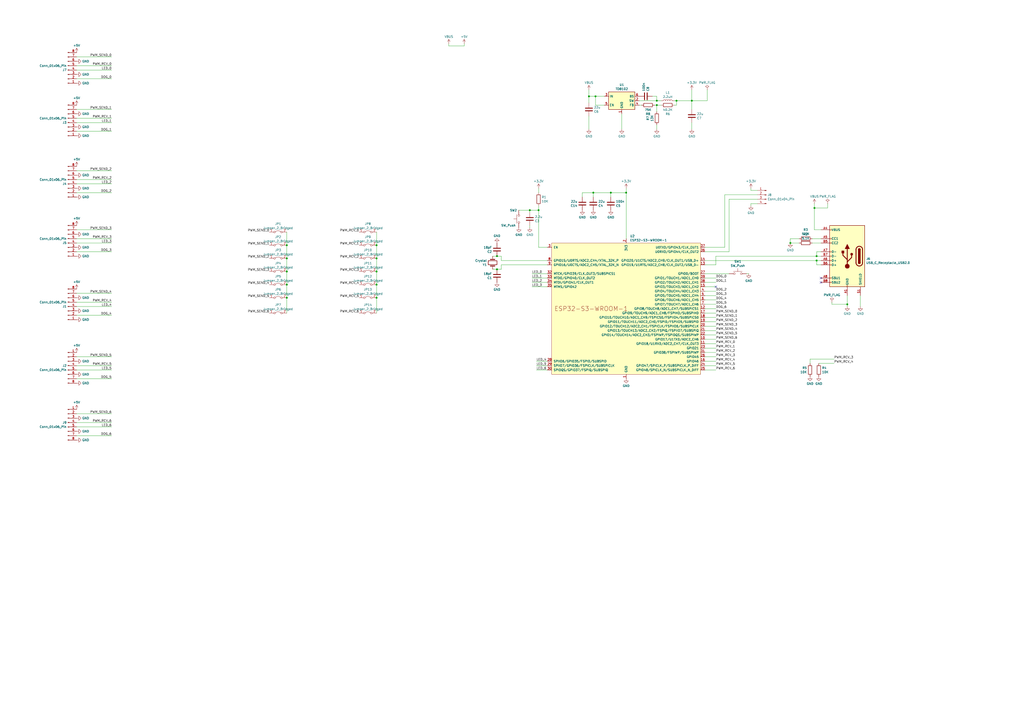
<source format=kicad_sch>
(kicad_sch (version 20231120) (generator "eeschema") (generator_version "8.0")
  (paper "A2")
  (title_block (title "Timergate-Receiver") (date "2024-02-12") (rev "A1"))
  (lib_symbols
    (symbol "Connector:Conn_01x04_Pin" (pin_names (offset 1.016) hide)
      (property "Reference" "J" (at 0 5.08 0))
      (property "Value" "Conn_01x04_Pin" (at 0 -7.62 0))
      (symbol "Conn_01x04_Pin_1_1"
        (pin passive line (at 5.08 2.54 180) (length 3.81) (name "Pin_1") (number "1"))
        (pin passive line (at 5.08 0 180) (length 3.81) (name "Pin_2") (number "2"))
        (pin passive line (at 5.08 -2.54 180) (length 3.81) (name "Pin_3") (number "3"))
        (pin passive line (at 5.08 -5.08 180) (length 3.81) (name "Pin_4") (number "4"))
      )
    )
    (symbol "Connector:Conn_01x08_Pin" (pin_names (offset 1.016) hide)
      (property "Reference" "J" (at 0 10.16 0))
      (property "Value" "Conn_01x08_Pin" (at 0 -12.7 0))
      (symbol "Conn_01x08_Pin_1_1"
        (pin passive line (at 5.08 7.62 180) (length 3.81) (name "Pin_1") (number "1"))
        (pin passive line (at 5.08 5.08 180) (length 3.81) (name "Pin_2") (number "2"))
        (pin passive line (at 5.08 2.54 180) (length 3.81) (name "Pin_3") (number "3"))
        (pin passive line (at 5.08 0 180) (length 3.81) (name "Pin_4") (number "4"))
        (pin passive line (at 5.08 -2.54 180) (length 3.81) (name "Pin_5") (number "5"))
        (pin passive line (at 5.08 -5.08 180) (length 3.81) (name "Pin_6") (number "6"))
        (pin passive line (at 5.08 -7.62 180) (length 3.81) (name "Pin_7") (number "7"))
        (pin passive line (at 5.08 -10.16 180) (length 3.81) (name "Pin_8") (number "8"))
      )
    )
    (symbol "Devent:TD8102"
      (property "Reference" "U" (at -7.62 6.35 0))
      (property "Value" "TD8102" (at 0 6.35 0))
      (symbol "TD8102_1_1"
        (pin power_in line (at 0 -7.62 90) (length 2.54) (name "GND") (number "1"))
        (pin passive line (at 10.16 0 180) (length 2.54) (name "SW") (number "2"))
        (pin power_in line (at -10.16 2.54 0) (length 2.54) (name "IN") (number "3"))
        (pin input line (at 10.16 -2.54 180) (length 2.54) (name "FB") (number "4"))
        (pin input line (at -10.16 -2.54 0) (length 2.54) (name "EN") (number "5"))
        (pin passive line (at 10.16 2.54 180) (length 2.54) (name "BS") (number "6"))
      )
    )
    (symbol "Devent:USB_C_Receptacle_USB2.0" (pin_names (offset 1.016))
      (property "Reference" "J6" (at -10.922 -1.5494 0))
      (property "Value" "USB_C_Receptacle_USB2.0" (at -10.922 -3.8608 0))
      (symbol "USB_C_Receptacle_USB2.0_1_1"
        (pin power_in line (at 0 -22.86 90) (length 5.08) (name "GND") (number "A1"))
        (pin passive line (at 0 -22.86 90) (length 5.08) hide (name "GND") (number "A12"))
        (pin power_in line (at 15.24 15.24 180) (length 5.08) (name "VBUS") (number "A4"))
        (pin bidirectional line (at 15.24 10.16 180) (length 5.08) (name "CC1") (number "A5"))
        (pin bidirectional line (at 15.24 -2.54 180) (length 5.08) (name "D+") (number "A6"))
        (pin bidirectional line (at 15.24 2.54 180) (length 5.08) (name "D-") (number "A7"))
        (pin bidirectional line (at 15.24 -12.7 180) (length 5.08) (name "SBU1") (number "A8"))
        (pin passive line (at 15.24 15.24 180) (length 5.08) hide (name "VBUS") (number "A9"))
        (pin bidirectional line (at 15.24 7.62 180) (length 5.08) (name "CC2") (number "B5"))
        (pin bidirectional line (at 15.24 -5.08 180) (length 5.08) (name "D+") (number "B6"))
        (pin bidirectional line (at 15.24 0 180) (length 5.08) (name "D-") (number "B7"))
        (pin bidirectional line (at 15.24 -15.24 180) (length 5.08) (name "SBU2") (number "B8"))
        (pin passive line (at -7.62 -22.86 90) (length 5.08) (name "SHIELD") (number "S1"))
      )
    )
    (symbol "Device:C" (pin_numbers hide) (pin_names (offset 0.254))
      (property "Reference" "C" (at 0.635 2.54 0))
      (property "Value" "C" (at 0.635 -2.54 0))
      (symbol "C_1_1"
        (pin passive line (at 0 3.81 270) (length 2.794) (name "~") (number "1"))
        (pin passive line (at 0 -3.81 90) (length 2.794) (name "~") (number "2"))
      )
    )
    (symbol "Device:Crystal" (pin_numbers hide) (pin_names (offset 1.016) hide)
      (property "Reference" "Y" (at 0 3.81 0))
      (property "Value" "Crystal" (at 0 -3.81 0))
      (symbol "Crystal_1_1"
        (pin passive line (at -3.81 0 0) (length 1.27) (name "1") (number "1"))
        (pin passive line (at 3.81 0 180) (length 1.27) (name "2") (number "2"))
      )
    )
    (symbol "Device:L" (pin_numbers hide) (pin_names (offset 1.016) hide)
      (property "Reference" "L" (at -1.27 0 90))
      (property "Value" "L" (at 1.905 0 90))
      (symbol "L_1_1"
        (pin passive line (at 0 3.81 270) (length 1.27) (name "1") (number "1"))
        (pin passive line (at 0 -3.81 90) (length 1.27) (name "2") (number "2"))
      )
    )
    (symbol "Device:R" (pin_numbers hide) (pin_names (offset 0))
      (property "Reference" "R" (at 2.032 0 90))
      (property "Value" "R" (at 0 0 90))
      (symbol "R_1_1"
        (pin passive line (at 0 3.81 270) (length 1.27) (name "~") (number "1"))
        (pin passive line (at 0 -3.81 90) (length 1.27) (name "~") (number "2"))
      )
    )
    (symbol "Jumper:Jumper_2_Bridged" (pin_names (offset 0) hide)
      (property "Reference" "JP" (at 0 1.905 0))
      (property "Value" "Jumper_2_Bridged" (at 0 -2.54 0))
      (symbol "Jumper_2_Bridged_1_1"
        (pin passive line (at -5.08 0 0) (length 2.54) (name "A") (number "1"))
        (pin passive line (at 5.08 0 180) (length 2.54) (name "B") (number "2"))
      )
    )
    (symbol "PCM_Espressif:ESP32-S3-WROOM-1" (pin_names (offset 1.016))
      (property "Reference" "U" (at -43.18 43.18 0))
      (property "Value" "ESP32-S3-WROOM-1" (at -43.18 40.64 0))
      (symbol "ESP32-S3-WROOM-1_0_0"
        (text "ESP32-S3-WROOM-1" (at -20.32 0 0) (effects (font (size 2.54 2.54))))
        (pin power_in line (at 0 -40.64 90) (length 2.54) (name "GND") (number "1"))
        (pin bidirectional line (at 45.72 -17.78 180) (length 2.54) (name "GPIO17/U1TXD/ADC2_CH6") (number "10"))
        (pin bidirectional line (at 45.72 -20.32 180) (length 2.54) (name "GPIO18/U1RXD/ADC2_CH7/CLK_OUT3") (number "11"))
        (pin bidirectional line (at 45.72 0 180) (length 2.54) (name "GPIO8/TOUCH8/ADC1_CH7/SUBSPICS1") (number "12"))
        (pin bidirectional line (at 45.72 25.4 180) (length 2.54) (name "GPIO19/U1RTS/ADC2_CH8/CLK_OUT2/USB_D-") (number "13"))
        (pin bidirectional line (at 45.72 27.94 180) (length 2.54) (name "GPIO20/U1CTS/ADC2_CH9/CLK_OUT1/USB_D+") (number "14"))
        (pin bidirectional line (at 45.72 12.7 180) (length 2.54) (name "GPIO3/TOUCH3/ADC1_CH2") (number "15"))
        (pin bidirectional line (at 45.72 -30.48 180) (length 2.54) (name "GPIO46") (number "16"))
        (pin bidirectional line (at 45.72 -2.54 180) (length 2.54) (name "GPIO9/TOUCH9/ADC1_CH8/FSPIHD/SUBSPIHD") (number "17"))
        (pin bidirectional line (at 45.72 -5.08 180) (length 2.54) (name "GPIO10/TOUCH10/ADC1_CH9/FSPICS0/FSPIIO4/SUBSPICS0") (number "18"))
        (pin bidirectional line (at 45.72 -7.62 180) (length 2.54) (name "GPIO11/TOUCH11/ADC2_CH0/FSPID/FSPIIO5/SUBSPID") (number "19"))
        (pin power_in line (at 0 40.64 270) (length 2.54) (name "3V3") (number "2"))
        (pin bidirectional line (at 45.72 -10.16 180) (length 2.54) (name "GPIO12/TOUCH12/ADC2_CH1/FSPICLK/FSPIIO6/SUBSPICLK") (number "20"))
        (pin bidirectional line (at 45.72 -12.7 180) (length 2.54) (name "GPIO13/TOUCH13/ADC2_CH2/FSPIQ/FSPIIO7/SUBSPIQ") (number "21"))
        (pin bidirectional line (at 45.72 -15.24 180) (length 2.54) (name "GPIO14/TOUCH14/ADC2_CH3/FSPIWP/FSPIDQS/SUBSPIWP") (number "22"))
        (pin bidirectional line (at 45.72 -22.86 180) (length 2.54) (name "GPIO21") (number "23"))
        (pin bidirectional line (at 45.72 -33.02 180) (length 2.54) (name "GPIO47/SPICLK_P/SUBSPICLK_P_DIFF") (number "24"))
        (pin bidirectional line (at 45.72 -35.56 180) (length 2.54) (name "GPIO48/SPICLK_N/SUBSPICLK_N_DIFF") (number "25"))
        (pin bidirectional line (at 45.72 -27.94 180) (length 2.54) (name "GPIO45") (number "26"))
        (pin bidirectional line (at 45.72 20.32 180) (length 2.54) (name "GPIO0/BOOT") (number "27"))
        (pin bidirectional line (at -45.72 -30.48 0) (length 2.54) (name "SPIIO6/GPIO35/FSPID/SUBSPID") (number "28"))
        (pin bidirectional line (at -45.72 -33.02 0) (length 2.54) (name "SPIIO7/GPIO36/FSPICLK/SUBSPICLK") (number "29"))
        (pin input line (at -45.72 35.56 0) (length 2.54) (name "EN") (number "3"))
        (pin bidirectional line (at -45.72 -35.56 0) (length 2.54) (name "SPIDQS/GPIO37/FSPIQ/SUBSPIQ") (number "30"))
        (pin bidirectional line (at 45.72 -25.4 180) (length 2.54) (name "GPIO38/FSPIWP/SUBSPIWP") (number "31"))
        (pin bidirectional line (at -45.72 20.32 0) (length 2.54) (name "MTCK/GPIO39/CLK_OUT3/SUBSPICS1") (number "32"))
        (pin bidirectional line (at -45.72 17.78 0) (length 2.54) (name "MTDO/GPIO40/CLK_OUT2") (number "33"))
        (pin bidirectional line (at -45.72 15.24 0) (length 2.54) (name "MTDI/GPIO41/CLK_OUT1") (number "34"))
        (pin bidirectional line (at -45.72 12.7 0) (length 2.54) (name "MTMS/GPIO42") (number "35"))
        (pin bidirectional line (at 45.72 33.02 180) (length 2.54) (name "U0RXD/GPIO44/CLK_OUT2") (number "36"))
        (pin bidirectional line (at 45.72 35.56 180) (length 2.54) (name "U0TXD/GPIO43/CLK_OUT1") (number "37"))
        (pin bidirectional line (at 45.72 15.24 180) (length 2.54) (name "GPIO2/TOUCH2/ADC1_CH1") (number "38"))
        (pin bidirectional line (at 45.72 17.78 180) (length 2.54) (name "GPIO1/TOUCH1/ADC1_CH0") (number "39"))
        (pin bidirectional line (at 45.72 10.16 180) (length 2.54) (name "GPIO4/TOUCH4/ADC1_CH3") (number "4"))
        (pin passive line (at 0 -40.64 90) (length 2.54) hide (name "GND") (number "40"))
        (pin passive line (at 0 -40.64 90) (length 2.54) hide (name "GND") (number "41"))
        (pin bidirectional line (at 45.72 7.62 180) (length 2.54) (name "GPIO5/TOUCH5/ADC1_CH4") (number "5"))
        (pin bidirectional line (at 45.72 5.08 180) (length 2.54) (name "GPIO6/TOUCH6/ADC1_CH5") (number "6"))
        (pin bidirectional line (at 45.72 2.54 180) (length 2.54) (name "GPIO7/TOUCH7/ADC1_CH6") (number "7"))
        (pin bidirectional line (at -45.72 27.94 0) (length 2.54) (name "GPIO15/U0RTS/ADC2_CH4/XTAL_32K_P") (number "8"))
        (pin bidirectional line (at -45.72 25.4 0) (length 2.54) (name "GPIO16/U0CTS/ADC2_CH5/XTAL_32K_N") (number "9"))
      )
    )
    (symbol "Switch:SW_Push" (pin_numbers hide) (pin_names (offset 1.016) hide)
      (property "Reference" "SW" (at 1.27 2.54 0))
      (property "Value" "SW_Push" (at 0 -1.524 0))
      (symbol "SW_Push_0_1"
        (pin passive line (at -5.08 0 0) (length 2.54) (name "1") (number "1"))
        (pin passive line (at 5.08 0 180) (length 2.54) (name "2") (number "2"))
      )
    )
    (symbol "power:+3.3V" (power) (pin_names (offset 0))
      (property "Value" "+3.3V" (at 0 3.556 0))
      (symbol "+3.3V_1_1"
        (pin power_in line (at 0 0 90) (length 0) hide (name "+3.3V") (number "1"))
      )
    )
    (symbol "power:+5V" (power) (pin_names (offset 0))
      (property "Value" "+5V" (at 0 3.556 0))
      (symbol "+5V_1_1"
        (pin power_in line (at 0 0 90) (length 0) hide (name "+5V") (number "1"))
      )
    )
    (symbol "power:GND" (power) (pin_names (offset 0))
      (property "Value" "GND" (at 0 -3.81 0))
      (symbol "GND_1_1"
        (pin power_in line (at 0 0 270) (length 0) hide (name "GND") (number "1"))
      )
    )
    (symbol "power:PWR_FLAG" (power) (pin_numbers hide) (pin_names (offset 0) hide)
      (property "Value" "PWR_FLAG" (at 0 3.81 0))
      (symbol "PWR_FLAG_0_0"
        (pin power_out line (at 0 0 90) (length 0) (name "pwr") (number "1"))
      )
    )
    (symbol "power:VBUS" (power) (pin_names (offset 0))
      (property "Value" "VBUS" (at 0 3.81 0))
      (symbol "VBUS_1_1"
        (pin power_in line (at 0 0 90) (length 0) hide (name "VBUS") (number "1"))
      )
    )
  )
  (junction (at 363.22 111.76))
  (junction (at 381 58.42))
  (junction (at 381 60.96))
  (junction (at 218.44 172.72))
  (junction (at 473.71 151.13))
  (junction (at 218.44 157.48))
  (junction (at 166.37 172.72))
  (junction (at 288.29 156.21))
  (junction (at 345.44 55.88))
  (junction (at 312.42 121.92))
  (junction (at 458.47 140.97))
  (junction (at 288.29 148.59))
  (junction (at 472.44 120.65))
  (junction (at 392.43 58.42))
  (junction (at 166.37 165.1))
  (junction (at 166.37 149.86))
  (junction (at 341.63 55.88))
  (junction (at 401.32 58.42))
  (junction (at 166.37 142.24))
  (junction (at 307.34 121.92))
  (junction (at 354.33 111.76))
  (junction (at 491.49 176.53))
  (junction (at 218.44 165.1))
  (junction (at 218.44 149.86))
  (junction (at 166.37 157.48))
  (junction (at 473.71 148.59))
  (junction (at 344.17 111.76))
  (junction (at 218.44 142.24))
  (no_connect (at 476.25 163.83))
  (no_connect (at 415.29 166.37))
  (no_connect (at 476.25 161.29))
  (wire (pts (xy 44.45 240.03) (xy 64.77 240.03)))
  (wire (pts (xy 422.91 115.57) (xy 439.42 115.57)))
  (wire (pts (xy 307.34 123.19) (xy 307.34 121.92)))
  (wire (pts (xy 379.73 60.96) (xy 381 60.96)))
  (wire (pts (xy 408.94 196.85) (xy 415.29 196.85)))
  (wire (pts (xy 408.94 212.09) (xy 415.29 212.09)))
  (wire (pts (xy 408.94 201.93) (xy 415.29 201.93)))
  (wire (pts (xy 312.42 111.76) (xy 312.42 109.22)))
  (wire (pts (xy 344.17 111.76) (xy 337.82 111.76)))
  (wire (pts (xy 308.61 158.75) (xy 317.5 158.75)))
  (wire (pts (xy 288.29 148.59) (xy 285.75 148.59)))
  (wire (pts (xy 439.42 118.11) (xy 435.61 118.11)))
  (wire (pts (xy 308.61 166.37) (xy 317.5 166.37)))
  (wire (pts (xy 44.45 40.64) (xy 64.77 40.64)))
  (wire (pts (xy 308.61 161.29) (xy 317.5 161.29)))
  (wire (pts (xy 381 72.39) (xy 381 74.93)))
  (wire (pts (xy 472.44 120.65) (xy 472.44 133.35)))
  (wire (pts (xy 415.29 148.59) (xy 415.29 153.67)))
  (wire (pts (xy 408.94 146.05) (xy 422.91 146.05)))
  (wire (pts (xy 370.84 60.96) (xy 372.11 60.96)))
  (wire (pts (xy 290.83 156.21) (xy 288.29 156.21)))
  (wire (pts (xy 408.94 153.67) (xy 415.29 153.67)))
  (wire (pts (xy 408.94 151.13) (xy 473.71 151.13)))
  (wire (pts (xy 307.34 132.08) (xy 307.34 130.81)))
  (wire (pts (xy 408.94 207.01) (xy 415.29 207.01)))
  (wire (pts (xy 439.42 110.49) (xy 435.61 110.49)))
  (wire (pts (xy 408.94 171.45) (xy 415.29 171.45)))
  (wire (pts (xy 473.71 148.59) (xy 476.25 148.59)))
  (wire (pts (xy 166.37 149.86) (xy 166.37 157.48)))
  (wire (pts (xy 408.94 189.23) (xy 415.29 189.23)))
  (wire (pts (xy 218.44 149.86) (xy 218.44 157.48)))
  (wire (pts (xy 401.32 58.42) (xy 401.32 63.5)))
  (wire (pts (xy 491.49 177.8) (xy 491.49 176.53)))
  (wire (pts (xy 290.83 153.67) (xy 290.83 156.21)))
  (wire (pts (xy 392.43 58.42) (xy 401.32 58.42)))
  (wire (pts (xy 44.45 99.06) (xy 64.77 99.06)))
  (wire (pts (xy 408.94 158.75) (xy 422.91 158.75)))
  (wire (pts (xy 44.45 182.88) (xy 64.77 182.88)))
  (wire (pts (xy 345.44 55.88) (xy 341.63 55.88)))
  (wire (pts (xy 288.29 156.21) (xy 285.75 156.21)))
  (wire (pts (xy 363.22 111.76) (xy 363.22 138.43)))
  (wire (pts (xy 44.45 45.72) (xy 64.77 45.72)))
  (wire (pts (xy 337.82 111.76) (xy 337.82 114.3)))
  (wire (pts (xy 408.94 166.37) (xy 415.29 166.37)))
  (wire (pts (xy 476.25 133.35) (xy 472.44 133.35)))
  (wire (pts (xy 44.45 140.97) (xy 64.77 140.97)))
  (wire (pts (xy 312.42 143.51) (xy 317.5 143.51)))
  (wire (pts (xy 408.94 204.47) (xy 415.29 204.47)))
  (wire (pts (xy 44.45 33.02) (xy 64.77 33.02)))
  (wire (pts (xy 218.44 142.24) (xy 218.44 149.86)))
  (wire (pts (xy 44.45 63.5) (xy 64.77 63.5)))
  (wire (pts (xy 44.45 214.63) (xy 64.77 214.63)))
  (wire (pts (xy 435.61 110.49) (xy 435.61 109.22)))
  (wire (pts (xy 341.63 55.88) (xy 341.63 52.07)))
  (wire (pts (xy 311.15 212.09) (xy 317.5 212.09)))
  (wire (pts (xy 260.35 26.67) (xy 269.24 26.67)))
  (wire (pts (xy 311.15 214.63) (xy 317.5 214.63)))
  (wire (pts (xy 433.07 158.75) (xy 434.34 158.75)))
  (wire (pts (xy 341.63 55.88) (xy 341.63 59.69)))
  (wire (pts (xy 317.5 151.13) (xy 290.83 151.13)))
  (wire (pts (xy 44.45 106.68) (xy 64.77 106.68)))
  (wire (pts (xy 471.17 138.43) (xy 476.25 138.43)))
  (wire (pts (xy 44.45 146.05) (xy 64.77 146.05)))
  (wire (pts (xy 381 55.88) (xy 381 58.42)))
  (wire (pts (xy 473.71 146.05) (xy 473.71 148.59)))
  (wire (pts (xy 44.45 104.14) (xy 64.77 104.14)))
  (wire (pts (xy 420.37 113.03) (xy 439.42 113.03)))
  (wire (pts (xy 472.44 120.65) (xy 480.06 120.65)))
  (wire (pts (xy 491.49 176.53) (xy 491.49 171.45)))
  (wire (pts (xy 312.42 121.92) (xy 312.42 119.38)))
  (wire (pts (xy 44.45 245.11) (xy 64.77 245.11)))
  (wire (pts (xy 410.21 52.07) (xy 410.21 58.42)))
  (wire (pts (xy 381 58.42) (xy 383.54 58.42)))
  (wire (pts (xy 408.94 199.39) (xy 415.29 199.39)))
  (wire (pts (xy 363.22 109.22) (xy 363.22 111.76)))
  (wire (pts (xy 415.29 161.29) (xy 408.94 161.29)))
  (wire (pts (xy 44.45 212.09) (xy 64.77 212.09)))
  (wire (pts (xy 350.52 60.96) (xy 345.44 60.96)))
  (wire (pts (xy 307.34 121.92) (xy 312.42 121.92)))
  (wire (pts (xy 166.37 134.62) (xy 166.37 142.24)))
  (wire (pts (xy 482.6 175.26) (xy 482.6 176.53)))
  (wire (pts (xy 269.24 26.67) (xy 269.24 25.4)))
  (wire (pts (xy 471.17 140.97) (xy 476.25 140.97)))
  (wire (pts (xy 381 60.96) (xy 381 64.77)))
  (wire (pts (xy 344.17 114.3) (xy 344.17 111.76)))
  (wire (pts (xy 350.52 55.88) (xy 345.44 55.88)))
  (wire (pts (xy 307.34 121.92) (xy 300.99 121.92)))
  (wire (pts (xy 408.94 173.99) (xy 415.29 173.99)))
  (wire (pts (xy 44.45 252.73) (xy 64.77 252.73)))
  (wire (pts (xy 218.44 165.1) (xy 218.44 172.72)))
  (wire (pts (xy 408.94 168.91) (xy 415.29 168.91)))
  (wire (pts (xy 345.44 60.96) (xy 345.44 55.88)))
  (wire (pts (xy 469.9 208.28) (xy 469.9 210.82)))
  (wire (pts (xy 166.37 157.48) (xy 166.37 165.1)))
  (wire (pts (xy 370.84 58.42) (xy 381 58.42)))
  (wire (pts (xy 218.44 172.72) (xy 218.44 181.61)))
  (wire (pts (xy 44.45 247.65) (xy 64.77 247.65)))
  (wire (pts (xy 410.21 58.42) (xy 401.32 58.42)))
  (wire (pts (xy 260.35 25.4) (xy 260.35 26.67)))
  (wire (pts (xy 44.45 68.58) (xy 64.77 68.58)))
  (wire (pts (xy 383.54 60.96) (xy 381 60.96)))
  (wire (pts (xy 218.44 157.48) (xy 218.44 165.1)))
  (wire (pts (xy 422.91 146.05) (xy 422.91 115.57)))
  (wire (pts (xy 420.37 143.51) (xy 420.37 113.03)))
  (wire (pts (xy 408.94 194.31) (xy 415.29 194.31)))
  (wire (pts (xy 463.55 138.43) (xy 458.47 138.43)))
  (wire (pts (xy 44.45 71.12) (xy 64.77 71.12)))
  (wire (pts (xy 476.25 146.05) (xy 473.71 146.05)))
  (wire (pts (xy 360.68 74.93) (xy 360.68 66.04)))
  (wire (pts (xy 341.63 74.93) (xy 341.63 67.31)))
  (wire (pts (xy 308.61 163.83) (xy 317.5 163.83)))
  (wire (pts (xy 44.45 138.43) (xy 64.77 138.43)))
  (wire (pts (xy 44.45 175.26) (xy 64.77 175.26)))
  (wire (pts (xy 290.83 148.59) (xy 288.29 148.59)))
  (wire (pts (xy 473.71 151.13) (xy 476.25 151.13)))
  (wire (pts (xy 44.45 38.1) (xy 64.77 38.1)))
  (wire (pts (xy 408.94 143.51) (xy 420.37 143.51)))
  (wire (pts (xy 408.94 186.69) (xy 415.29 186.69)))
  (wire (pts (xy 482.6 176.53) (xy 491.49 176.53)))
  (wire (pts (xy 415.29 163.83) (xy 408.94 163.83)))
  (wire (pts (xy 166.37 142.24) (xy 166.37 149.86)))
  (wire (pts (xy 290.83 151.13) (xy 290.83 148.59)))
  (wire (pts (xy 408.94 179.07) (xy 415.29 179.07)))
  (wire (pts (xy 473.71 153.67) (xy 473.71 151.13)))
  (wire (pts (xy 499.11 177.8) (xy 499.11 171.45)))
  (wire (pts (xy 44.45 76.2) (xy 64.77 76.2)))
  (wire (pts (xy 44.45 111.76) (xy 64.77 111.76)))
  (wire (pts (xy 474.98 210.82) (xy 483.87 210.82)))
  (wire (pts (xy 44.45 133.35) (xy 64.77 133.35)))
  (wire (pts (xy 317.5 153.67) (xy 290.83 153.67)))
  (wire (pts (xy 408.94 176.53) (xy 415.29 176.53)))
  (wire (pts (xy 476.25 153.67) (xy 473.71 153.67)))
  (wire (pts (xy 392.43 58.42) (xy 392.43 60.96)))
  (wire (pts (xy 458.47 140.97) (xy 463.55 140.97)))
  (wire (pts (xy 44.45 177.8) (xy 64.77 177.8)))
  (wire (pts (xy 391.16 60.96) (xy 392.43 60.96)))
  (wire (pts (xy 401.32 74.93) (xy 401.32 71.12)))
  (wire (pts (xy 469.9 208.28) (xy 483.87 208.28)))
  (wire (pts (xy 378.46 55.88) (xy 381 55.88)))
  (wire (pts (xy 472.44 118.11) (xy 472.44 120.65)))
  (wire (pts (xy 408.94 214.63) (xy 415.29 214.63)))
  (wire (pts (xy 401.32 52.07) (xy 401.32 58.42)))
  (wire (pts (xy 44.45 219.71) (xy 64.77 219.71)))
  (wire (pts (xy 408.94 181.61) (xy 415.29 181.61)))
  (wire (pts (xy 354.33 111.76) (xy 354.33 114.3)))
  (wire (pts (xy 408.94 191.77) (xy 415.29 191.77)))
  (wire (pts (xy 344.17 111.76) (xy 354.33 111.76)))
  (wire (pts (xy 312.42 121.92) (xy 312.42 143.51)))
  (wire (pts (xy 44.45 170.18) (xy 64.77 170.18)))
  (wire (pts (xy 166.37 172.72) (xy 166.37 181.61)))
  (wire (pts (xy 218.44 134.62) (xy 218.44 142.24)))
  (wire (pts (xy 354.33 111.76) (xy 363.22 111.76)))
  (wire (pts (xy 435.61 118.11) (xy 435.61 119.38)))
  (wire (pts (xy 311.15 209.55) (xy 317.5 209.55)))
  (wire (pts (xy 408.94 184.15) (xy 415.29 184.15)))
  (wire (pts (xy 458.47 138.43) (xy 458.47 140.97)))
  (wire (pts (xy 408.94 209.55) (xy 415.29 209.55)))
  (wire (pts (xy 391.16 58.42) (xy 392.43 58.42)))
  (wire (pts (xy 166.37 165.1) (xy 166.37 172.72)))
  (wire (pts (xy 480.06 120.65) (xy 480.06 118.11)))
  (wire (pts (xy 415.29 148.59) (xy 473.71 148.59)))
  (wire (pts (xy 44.45 207.01) (xy 64.77 207.01)))
  (label "DOG_6" (at 415.29 179.07 0))
  (label "PWM_SEND_3" (at 415.29 189.23 0))
  (label "LED_6" (at 311.15 214.63 0))
  (label "PWM_RCV_2" (at 208.28 149.86 180))
  (label "PWM_SEND_5" (at 156.21 172.72 180))
  (label "PWM_SEND_1" (at 156.21 142.24 180))
  (label "PWM_SEND_3" (at 64.77 133.35 180))
  (label "PWM_SEND_4" (at 156.21 165.1 180))
  (label "LED_5" (at 311.15 212.09 0))
  (label "DOG_1" (at 415.29 163.83 0))
  (label "PWM_RCV_5" (at 415.29 212.09 0))
  (label "PWM_RCV_2" (at 415.29 204.47 0))
  (label "PWM_RCV_3" (at 208.28 157.48 180))
  (label "PWM_RCV_0" (at 208.28 134.62 180))
  (label "LED_0" (at 308.61 158.75 0))
  (label "DOG_1" (at 64.77 76.2 180))
  (label "DOG_3" (at 64.77 146.05 180))
  (label "DOG_4" (at 64.77 182.88 180))
  (label "DOG_5" (at 64.77 219.71 180))
  (label "PWM_SEND_2" (at 156.21 149.86 180))
  (label "PWM_SEND_6" (at 415.29 196.85 0))
  (label "LED_1" (at 64.77 71.12 180))
  (label "PWM_RCV_1" (at 415.29 201.93 0))
  (label "PWM_RCV_0" (at 64.77 38.1 180))
  (label "DOG_0" (at 415.29 161.29 0))
  (label "DOG_2" (at 64.77 111.76 180))
  (label "PWM_SEND_6" (at 156.21 181.61 180))
  (label "PWM_RCV_3" (at 415.29 207.01 0))
  (label "LED_3" (at 64.77 140.97 180))
  (label "PWM_RCV_3" (at 64.77 138.43 180))
  (label "PWM_RCV_3" (at 483.87 208.28 0))
  (label "PWM_RCV_6" (at 208.28 181.61 180))
  (label "DOG_4" (at 415.29 173.99 0))
  (label "PWM_SEND_2" (at 64.77 99.06 180))
  (label "PWM_SEND_1" (at 64.77 63.5 180))
  (label "PWM_SEND_3" (at 156.21 157.48 180))
  (label "LED_1" (at 308.61 161.29 0))
  (label "PWM_RCV_4" (at 483.87 210.82 0))
  (label "DOG_3" (at 415.29 171.45 0))
  (label "LED_0" (at 64.77 40.64 180))
  (label "PWM_SEND_0" (at 64.77 33.02 180))
  (label "PWM_SEND_0" (at 156.21 134.62 180))
  (label "PWM_SEND_4" (at 415.29 191.77 0))
  (label "PWM_RCV_1" (at 208.28 142.24 180))
  (label "LED_2" (at 64.77 106.68 180))
  (label "LED_5" (at 64.77 214.63 180))
  (label "PWM_SEND_2" (at 415.29 186.69 0))
  (label "LED_2" (at 308.61 163.83 0))
  (label "PWM_RCV_6" (at 64.77 245.11 180))
  (label "DOG_2" (at 415.29 168.91 0))
  (label "PWM_SEND_0" (at 415.29 181.61 0))
  (label "PWM_RCV_1" (at 64.77 68.58 180))
  (label "PWM_RCV_4" (at 64.77 175.26 180))
  (label "PWM_SEND_1" (at 415.29 184.15 0))
  (label "PWM_SEND_5" (at 415.29 194.31 0))
  (label "PWM_SEND_6" (at 64.77 240.03 180))
  (label "PWM_RCV_5" (at 64.77 212.09 180))
  (label "PWM_RCV_4" (at 415.29 209.55 0))
  (label "LED_4" (at 64.77 177.8 180))
  (label "DOG_5" (at 415.29 176.53 0))
  (label "PWM_RCV_6" (at 415.29 214.63 0))
  (label "DOG_0" (at 64.77 45.72 180))
  (label "PWM_RCV_2" (at 64.77 104.14 180))
  (label "PWM_SEND_4" (at 64.77 170.18 180))
  (label "PWM_RCV_4" (at 208.28 165.1 180))
  (label "PWM_SEND_5" (at 64.77 207.01 180))
  (label "PWM_RCV_5" (at 208.28 172.72 180))
  (label "LED_3" (at 308.61 166.37 0))
  (label "DOG_6" (at 64.77 252.73 180))
  (label "LED_4" (at 311.15 209.55 0))
  (label "PWM_RCV_0" (at 415.29 199.39 0))
  (label "LED_6" (at 64.77 247.65 180))
  (symbol (lib_id "power:GND") (at 341.63 74.93 0) (mirror y) (unit 1)
    (property "Reference" "#PWR041" (effects (hide yes)))
    (property "Value" "GND" (at 341.63 79.0631 0))
  )
  (symbol (lib_id "power:GND") (at 44.45 222.25 90) (mirror x) (unit 1)
    (property "Reference" "#PWR016" (effects (hide yes)))
    (property "Value" "GND" (at 47.625 222.25 90) (effects (justify right)))
  )
  (symbol (lib_id "power:GND") (at 44.45 143.51 90) (mirror x) (unit 1)
    (property "Reference" "#PWR013" (effects (hide yes)))
    (property "Value" "GND" (at 47.625 143.51 90) (effects (justify right)))
  )
  (symbol (lib_id "power:GND") (at 44.45 48.26 90) (mirror x) (unit 1)
    (property "Reference" "#PWR06" (effects (hide yes)))
    (property "Value" "GND" (at 47.625 48.26 90) (effects (justify right)))
  )
  (symbol (lib_id "power:GND") (at 44.45 180.34 90) (mirror x) (unit 1)
    (property "Reference" "#PWR062" (effects (hide yes)))
    (property "Value" "GND" (at 47.625 180.34 90) (effects (justify right)))
  )
  (symbol (lib_id "Device:R") (at 474.98 214.63 0) (unit 1)
    (property "Reference" "R4" (at 476.758 213.4179 0) (effects (justify left)))
    (property "Value" "10K" (at 476.758 215.8421 0) (effects (justify left)))
    (property "Footprint" "Resistor_SMD:R_0402_1005Metric" (effects (hide yes)))
    (property "MPN" "RC0402FR-0710KL" (effects (hide yes)))
    (property "SPN" "C60490" (effects (hide yes)))
    (property "Supplier" "LCSC" (effects (hide yes)))
  )
  (symbol (lib_id "power:GND") (at 499.11 177.8 0) (mirror y) (unit 1)
    (property "Reference" "#PWR030" (effects (hide yes)))
    (property "Value" "GND" (at 499.11 181.9331 0))
  )
  (symbol (lib_id "power:PWR_FLAG") (at 480.06 118.11 0) (unit 1)
    (property "Reference" "#FLG01" (effects (hide yes)))
    (property "Value" "PWR_FLAG" (at 480.06 113.9769 0))
  )
  (symbol (lib_id "Device:C") (at 374.65 55.88 270) (mirror x) (unit 1)
    (property "Reference" "C8" (at 375.8621 52.959 0) (effects (justify left)))
    (property "Value" "100n" (at 373.4379 52.959 0) (effects (justify left)))
    (property "Footprint" "Capacitor_SMD:C_0402_1005Metric" (effects (hide yes)))
    (property "MPN" "CC0402KRX5R9BB104" (effects (hide yes)))
    (property "SPN" "C105882" (effects (hide yes)))
    (property "Supplier" "LCSC" (effects (hide yes)))
  )
  (symbol (lib_id "power:GND") (at 44.45 250.19 90) (mirror x) (unit 1)
    (property "Reference" "#PWR035" (effects (hide yes)))
    (property "Value" "GND" (at 47.625 250.19 90) (effects (justify right)))
  )
  (symbol (lib_id "Device:C") (at 401.32 67.31 0) (mirror x) (unit 1)
    (property "Reference" "C7" (at 404.241 68.5221 0) (effects (justify left)))
    (property "Value" "22u" (at 404.241 66.0979 0) (effects (justify left)))
    (property "Footprint" "Capacitor_SMD:C_0805_2012Metric" (effects (hide yes)))
    (property "MPN" "CL21A226MPQNNNG" (effects (hide yes)))
    (property "SPN" "C2762601" (effects (hide yes)))
    (property "Supplier" "LCSC" (effects (hide yes)))
  )
  (symbol (lib_id "power:GND") (at 469.9 218.44 0) (mirror y) (unit 1)
    (property "Reference" "#PWR037" (effects (hide yes)))
    (property "Value" "GND" (at 469.9 222.5731 0))
  )
  (symbol (lib_id "Device:R") (at 387.35 60.96 90) (mirror x) (unit 1)
    (property "Reference" "R6" (at 387.35 66.1203 90))
    (property "Value" "40.2K" (at 387.35 63.6961 90))
    (property "Footprint" "Resistor_SMD:R_0402_1005Metric" (effects (hide yes)))
    (property "MPN" "RC0402FR-0739K2L" (effects (hide yes)))
    (property "SPN" "C137996" (effects (hide yes)))
    (property "Supplier" "LCSC" (effects (hide yes)))
  )
  (symbol (lib_id "Jumper:Jumper_2_Bridged") (at 213.36 165.1 0) (unit 1)
    (property "Reference" "JP12" (at 213.36 160.3207 0))
    (property "Value" "Jumper_2_Bridged" (at 213.36 162.7449 0))
    (property "Footprint" "Jumper:SolderJumper-2_P1.3mm_Bridged_Pad1.0x1.5mm" (effects (hide yes)))
  )
  (symbol (lib_id "Device:C") (at 344.17 118.11 0) (mirror x) (unit 1)
    (property "Reference" "C4" (at 347.091 119.3221 0) (effects (justify left)))
    (property "Value" "22u" (at 347.091 116.8979 0) (effects (justify left)))
    (property "Footprint" "Capacitor_SMD:C_0805_2012Metric" (effects (hide yes)))
    (property "MPN" "CL21A226MPQNNNG" (effects (hide yes)))
    (property "SPN" "C2762601" (effects (hide yes)))
    (property "Supplier" "LCSC" (effects (hide yes)))
  )
  (symbol (lib_id "Device:R") (at 312.42 115.57 0) (unit 1)
    (property "Reference" "R1" (at 314.198 114.3579 0) (effects (justify left)))
    (property "Value" "10K" (at 314.198 116.7821 0) (effects (justify left)))
    (property "Footprint" "Resistor_SMD:R_0402_1005Metric" (effects (hide yes)))
    (property "MPN" "RC0402FR-0710KL" (effects (hide yes)))
    (property "SPN" "C60490" (effects (hide yes)))
    (property "Supplier" "LCSC" (effects (hide yes)))
  )
  (symbol (lib_id "Jumper:Jumper_2_Bridged") (at 161.29 181.61 0) (unit 1)
    (property "Reference" "JP7" (at 161.29 176.8307 0))
    (property "Value" "Jumper_2_Bridged" (at 161.29 179.2549 0))
    (property "Footprint" "Jumper:SolderJumper-2_P1.3mm_Bridged_Pad1.0x1.5mm" (effects (hide yes)))
  )
  (symbol (lib_id "Connector:Conn_01x08_Pin") (at 39.37 106.68 0) (mirror x) (unit 1)
    (property "Reference" "J4" (at 38.6588 106.6221 0) (effects (justify right)))
    (property "Value" "Conn_01x06_Pin" (at 38.6588 104.1979 0) (effects (justify right)))
    (property "Footprint" "Connector_JST:JST_SUR_BM08B-SURS-TF_1x08-1MP_P0.80mm_Vertical" (effects (hide yes)))
    (property "MPN" "BM08B-SURS-TF(LF)(SN)" (effects (hide yes)))
    (property "SPN" "C5143489" (effects (hide yes)))
    (property "Supplier" "LCSC" (effects (hide yes)))
  )
  (symbol (lib_id "power:GND") (at 44.45 135.89 90) (mirror x) (unit 1)
    (property "Reference" "#PWR061" (effects (hide yes)))
    (property "Value" "GND" (at 47.625 135.89 90) (effects (justify right)))
  )
  (symbol (lib_id "power:+3.3V") (at 435.61 109.22 0) (unit 1)
    (property "Reference" "#PWR032" (effects (hide yes)))
    (property "Value" "+3.3V" (at 435.61 105.0869 0))
  )
  (symbol (lib_id "Jumper:Jumper_2_Bridged") (at 213.36 149.86 0) (unit 1)
    (property "Reference" "JP10" (at 213.36 145.0807 0))
    (property "Value" "Jumper_2_Bridged" (at 213.36 147.5049 0))
    (property "Footprint" "Jumper:SolderJumper-2_P1.3mm_Bridged_Pad1.0x1.5mm" (effects (hide yes)))
  )
  (symbol (lib_id "Device:C") (at 307.34 127 0) (mirror x) (unit 1)
    (property "Reference" "C3" (at 310.261 128.2121 0) (effects (justify left)))
    (property "Value" "2.2u" (at 310.261 125.7879 0) (effects (justify left)))
    (property "Footprint" "Capacitor_SMD:C_0402_1005Metric" (effects (hide yes)))
    (property "MPN" "CL05A225MQ5NSNC" (effects (hide yes)))
    (property "SPN" "C12530" (effects (hide yes)))
    (property "Supplier" "LCSC" (effects (hide yes)))
  )
  (symbol (lib_id "power:GND") (at 44.45 43.18 90) (mirror x) (unit 1)
    (property "Reference" "#PWR012" (effects (hide yes)))
    (property "Value" "GND" (at 47.625 43.18 90) (effects (justify right)))
  )
  (symbol (lib_id "power:GND") (at 458.47 140.97 0) (mirror y) (unit 1)
    (property "Reference" "#PWR031" (effects (hide yes)))
    (property "Value" "GND" (at 458.47 145.1031 0))
  )
  (symbol (lib_id "Jumper:Jumper_2_Bridged") (at 213.36 172.72 0) (unit 1)
    (property "Reference" "JP13" (at 213.36 167.9407 0))
    (property "Value" "Jumper_2_Bridged" (at 213.36 170.3649 0))
    (property "Footprint" "Jumper:SolderJumper-2_P1.3mm_Bridged_Pad1.0x1.5mm" (effects (hide yes)))
  )
  (symbol (lib_id "power:GND") (at 44.45 114.3 90) (mirror x) (unit 1)
    (property "Reference" "#PWR010" (effects (hide yes)))
    (property "Value" "GND" (at 47.625 114.3 90) (effects (justify right)))
  )
  (symbol (lib_id "Device:R") (at 467.36 140.97 90) (unit 1)
    (property "Reference" "R2" (at 467.36 135.8097 90))
    (property "Value" "5.1K" (at 467.36 138.2339 90))
    (property "Footprint" "Resistor_SMD:R_0402_1005Metric" (effects (hide yes)))
    (property "MPN" "RC0402JR-075K1L" (effects (hide yes)))
    (property "SPN" "C105873" (effects (hide yes)))
    (property "Supplier" "LCSC" (effects (hide yes)))
  )
  (symbol (lib_id "Jumper:Jumper_2_Bridged") (at 161.29 157.48 0) (unit 1)
    (property "Reference" "JP4" (at 161.29 152.7007 0))
    (property "Value" "Jumper_2_Bridged" (at 161.29 155.1249 0))
    (property "Footprint" "Jumper:SolderJumper-2_P1.3mm_Bridged_Pad1.0x1.5mm" (effects (hide yes)))
  )
  (symbol (lib_id "power:+5V") (at 44.45 60.96 0) (unit 1)
    (property "Reference" "#PWR05" (effects (hide yes)))
    (property "Value" "+5V" (at 44.45 56.8269 0))
  )
  (symbol (lib_id "Connector:Conn_01x08_Pin") (at 39.37 140.97 0) (mirror x) (unit 1)
    (property "Reference" "J5" (at 38.6588 140.9121 0) (effects (justify right)))
    (property "Value" "Conn_01x06_Pin" (at 38.6588 138.4879 0) (effects (justify right)))
    (property "Footprint" "Connector_JST:JST_SUR_BM08B-SURS-TF_1x08-1MP_P0.80mm_Vertical" (effects (hide yes)))
    (property "MPN" "BM08B-SURS-TF(LF)(SN)" (effects (hide yes)))
    (property "SPN" "C5143489" (effects (hide yes)))
    (property "Supplier" "LCSC" (effects (hide yes)))
  )
  (symbol (lib_id "Device:R") (at 375.92 60.96 90) (mirror x) (unit 1)
    (property "Reference" "R8" (at 375.92 66.1203 90))
    (property "Value" "75K" (at 375.92 63.6961 90))
    (property "Footprint" "Resistor_SMD:R_0402_1005Metric" (effects (hide yes)))
    (property "MPN" "RC0402FR-0775KL" (effects (hide yes)))
    (property "SPN" "C137935" (effects (hide yes)))
    (property "Supplier" "LCSC" (effects (hide yes)))
  )
  (symbol (lib_id "power:GND") (at 354.33 121.92 0) (mirror y) (unit 1)
    (property "Reference" "#PWR02" (effects (hide yes)))
    (property "Value" "GND" (at 354.33 126.0531 0))
  )
  (symbol (lib_id "power:+5V") (at 269.24 25.4 0) (unit 1)
    (property "Reference" "#PWR08" (effects (hide yes)))
    (property "Value" "+5V" (at 269.24 21.2669 0))
  )
  (symbol (lib_id "Device:R") (at 469.9 214.63 0) (mirror y) (unit 1)
    (property "Reference" "R5" (at 468.122 213.4179 0) (effects (justify left)))
    (property "Value" "10K" (at 468.122 215.8421 0) (effects (justify left)))
    (property "Footprint" "Resistor_SMD:R_0402_1005Metric" (effects (hide yes)))
    (property "MPN" "RC0402FR-0710KL" (effects (hide yes)))
    (property "SPN" "C60490" (effects (hide yes)))
    (property "Supplier" "LCSC" (effects (hide yes)))
  )
  (symbol (lib_id "power:+5V") (at 44.45 130.81 0) (unit 1)
    (property "Reference" "#PWR059" (effects (hide yes)))
    (property "Value" "+5V" (at 44.45 126.6769 0))
  )
  (symbol (lib_id "power:GND") (at 44.45 35.56 90) (unit 1)
    (property "Reference" "#PWR011" (effects (hide yes)))
    (property "Value" "GND" (at 47.625 35.56 90) (effects (justify right)))
  )
  (symbol (lib_id "power:VBUS") (at 260.35 25.4 0) (unit 1)
    (property "Reference" "#PWR09" (effects (hide yes)))
    (property "Value" "VBUS" (at 260.35 21.2669 0))
  )
  (symbol (lib_id "power:PWR_FLAG") (at 410.21 52.07 0) (unit 1)
    (property "Reference" "#FLG02" (effects (hide yes)))
    (property "Value" "PWR_FLAG" (at 410.21 47.9369 0))
  )
  (symbol (lib_id "power:GND") (at 474.98 218.44 0) (mirror y) (unit 1)
    (property "Reference" "#PWR038" (effects (hide yes)))
    (property "Value" "GND" (at 474.98 222.5731 0))
  )
  (symbol (lib_id "power:+3.3V") (at 401.32 52.07 0) (unit 1)
    (property "Reference" "#PWR045" (effects (hide yes)))
    (property "Value" "+3.3V" (at 401.32 47.9369 0))
  )
  (symbol (lib_id "power:GND") (at 44.45 172.72 90) (mirror x) (unit 1)
    (property "Reference" "#PWR063" (effects (hide yes)))
    (property "Value" "GND" (at 47.625 172.72 90) (effects (justify right)))
  )
  (symbol (lib_id "Switch:SW_Push") (at 427.99 158.75 0) (unit 1)
    (property "Reference" "SW1" (at 427.99 151.6847 0))
    (property "Value" "SW_Push" (at 427.99 154.1089 0))
    (property "Footprint" "Devent:TSA343G0" (effects (hide yes)))
    (property "MPN" "TSA343G00-250DZY" (effects (hide yes)))
    (property "SPN" "C354948" (effects (hide yes)))
    (property "Supplier" "LCSC" (effects (hide yes)))
  )
  (symbol (lib_id "power:GND") (at 344.17 121.92 0) (mirror y) (unit 1)
    (property "Reference" "#PWR01" (effects (hide yes)))
    (property "Value" "GND" (at 344.17 126.0531 0))
  )
  (symbol (lib_id "Jumper:Jumper_2_Bridged") (at 161.29 149.86 0) (unit 1)
    (property "Reference" "JP3" (at 161.29 145.0807 0))
    (property "Value" "Jumper_2_Bridged" (at 161.29 147.5049 0))
    (property "Footprint" "Jumper:SolderJumper-2_P1.3mm_Bridged_Pad1.0x1.5mm" (effects (hide yes)))
  )
  (symbol (lib_id "power:GND") (at 44.45 209.55 90) (mirror x) (unit 1)
    (property "Reference" "#PWR064" (effects (hide yes)))
    (property "Value" "GND" (at 47.625 209.55 90) (effects (justify right)))
  )
  (symbol (lib_id "Connector:Conn_01x04_Pin") (at 444.5 113.03 0) (mirror y) (unit 1)
    (property "Reference" "J8" (at 445.2112 113.0879 0) (effects (justify right)))
    (property "Value" "Conn_01x04_Pin" (at 445.2112 115.5121 0) (effects (justify right)))
    (property "Footprint" "Connector_PinHeader_2.54mm:PinHeader_1x04_P2.54mm_Vertical_SMD_Pin1Left" (effects (hide yes)))
  )
  (symbol (lib_id "power:GND") (at 44.45 217.17 90) (mirror x) (unit 1)
    (property "Reference" "#PWR020" (effects (hide yes)))
    (property "Value" "GND" (at 47.625 217.17 90) (effects (justify right)))
  )
  (symbol (lib_id "power:GND") (at 44.45 66.04 90) (mirror x) (unit 1)
    (property "Reference" "#PWR03" (effects (hide yes)))
    (property "Value" "GND" (at 47.625 66.04 90) (effects (justify right)))
  )
  (symbol (lib_id "PCM_Espressif:ESP32-S3-WROOM-1") (at 363.22 179.07 0) (unit 1)
    (property "Reference" "U2" (at 365.4141 136.9527 0) (effects (justify left)))
    (property "Value" "ESP32-S3-WROOM-1" (at 365.4141 139.3769 0) (effects (justify left)))
    (property "Footprint" "PCM_Espressif:ESP32-S3-WROOM-1" (effects (hide yes)))
    (property "Datasheet" "https://www.espressif.com/sites/default/files/documentation/esp32-s3-wroom-1_wroom-1u_datasheet_en.pdf" (effects (hide yes)))
    (property "MPN" "ESP32-S3-WROOM-1U-N4R2" (effects (hide yes)))
    (property "SPN" "C3013942" (effects (hide yes)))
    (property "Supplier" "LCSC" (effects (hide yes)))
  )
  (symbol (lib_id "Device:C") (at 341.63 63.5 0) (mirror x) (unit 1)
    (property "Reference" "C6" (at 344.551 64.7121 0) (effects (justify left)))
    (property "Value" "22u" (at 344.551 62.2879 0) (effects (justify left)))
    (property "Footprint" "Capacitor_SMD:C_0805_2012Metric" (effects (hide yes)))
    (property "MPN" "CL21A226MPQNNNG" (effects (hide yes)))
    (property "SPN" "C2762601" (effects (hide yes)))
    (property "Supplier" "LCSC" (effects (hide yes)))
  )
  (symbol (lib_id "power:GND") (at 435.61 119.38 0) (mirror y) (unit 1)
    (property "Reference" "#PWR033" (effects (hide yes)))
    (property "Value" "GND" (at 435.61 123.5131 0))
  )
  (symbol (lib_id "power:GND") (at 491.49 177.8 0) (mirror y) (unit 1)
    (property "Reference" "#PWR029" (effects (hide yes)))
    (property "Value" "GND" (at 491.49 181.9331 0))
  )
  (symbol (lib_id "Jumper:Jumper_2_Bridged") (at 161.29 142.24 0) (unit 1)
    (property "Reference" "JP2" (at 161.29 137.4607 0))
    (property "Value" "Jumper_2_Bridged" (at 161.29 139.8849 0))
    (property "Footprint" "Jumper:SolderJumper-2_P1.3mm_Bridged_Pad1.0x1.5mm" (effects (hide yes)))
  )
  (symbol (lib_id "Connector:Conn_01x08_Pin") (at 39.37 245.11 0) (unit 1)
    (property "Reference" "J9" (at 38.6588 245.1679 0) (effects (justify right)))
    (property "Value" "Conn_01x06_Pin" (at 38.6588 247.5921 0) (effects (justify right)))
    (property "Footprint" "Connector_JST:JST_SUR_BM08B-SURS-TF_1x08-1MP_P0.80mm_Vertical" (effects (hide yes)))
    (property "MPN" "BM08B-SURS-TF(LF)(SN)" (effects (hide yes)))
    (property "SPN" "C5143489" (effects (hide yes)))
    (property "Supplier" "LCSC" (effects (hide yes)))
  )
  (symbol (lib_id "power:GND") (at 44.45 148.59 90) (mirror x) (unit 1)
    (property "Reference" "#PWR060" (effects (hide yes)))
    (property "Value" "GND" (at 47.625 148.59 90) (effects (justify right)))
  )
  (symbol (lib_id "Device:L") (at 387.35 58.42 90) (unit 1)
    (property "Reference" "L1" (at 387.35 53.7704 90))
    (property "Value" "2.2uH" (at 387.35 56.1946 90))
    (property "Footprint" "Inductor_SMD:L_1008_2520Metric" (effects (hide yes)))
    (property "MPN" "SLO252010T4R7MTT" (effects (hide yes)))
    (property "SPN" "C3020032" (effects (hide yes)))
    (property "Supplier" "LCSC" (effects (hide yes)))
  )
  (symbol (lib_id "power:+3.3V") (at 363.22 109.22 0) (unit 1)
    (property "Reference" "#PWR022" (effects (hide yes)))
    (property "Value" "+3.3V" (at 363.22 105.0869 0))
  )
  (symbol (lib_id "Device:R") (at 467.36 138.43 90) (unit 1)
    (property "Reference" "R3" (at 467.36 133.2697 90))
    (property "Value" "5.1K" (at 467.36 135.6939 90))
    (property "Footprint" "Resistor_SMD:R_0402_1005Metric" (effects (hide yes)))
    (property "MPN" "RC0402JR-075K1L" (effects (hide yes)))
    (property "SPN" "C105873" (effects (hide yes)))
    (property "Supplier" "LCSC" (effects (hide yes)))
  )
  (symbol (lib_id "Jumper:Jumper_2_Bridged") (at 213.36 157.48 0) (unit 1)
    (property "Reference" "JP11" (at 213.36 152.7007 0))
    (property "Value" "Jumper_2_Bridged" (at 213.36 155.1249 0))
    (property "Footprint" "Jumper:SolderJumper-2_P1.3mm_Bridged_Pad1.0x1.5mm" (effects (hide yes)))
  )
  (symbol (lib_id "power:+5V") (at 44.45 167.64 0) (unit 1)
    (property "Reference" "#PWR057" (effects (hide yes)))
    (property "Value" "+5V" (at 44.45 163.5069 0))
  )
  (symbol (lib_id "power:PWR_FLAG") (at 482.6 175.26 0) (unit 1)
    (property "Reference" "#FLG03" (effects (hide yes)))
    (property "Value" "PWR_FLAG" (at 482.6 171.1269 0))
  )
  (symbol (lib_id "power:GND") (at 360.68 74.93 0) (mirror y) (unit 1)
    (property "Reference" "#PWR042" (effects (hide yes)))
    (property "Value" "GND" (at 360.68 79.0631 0))
  )
  (symbol (lib_id "power:GND") (at 363.22 219.71 0) (mirror y) (unit 1)
    (property "Reference" "#PWR023" (effects (hide yes)))
    (property "Value" "GND" (at 363.22 223.8431 0))
  )
  (symbol (lib_id "power:VBUS") (at 472.44 118.11 0) (unit 1)
    (property "Reference" "#PWR039" (effects (hide yes)))
    (property "Value" "VBUS" (at 472.44 113.9769 0))
  )
  (symbol (lib_id "Switch:SW_Push") (at 300.99 127 90) (unit 1)
    (property "Reference" "SW2" (at 295.783 121.9779 90) (effects (justify right)))
    (property "Value" "SW_Push" (at 290.703 130.7521 90) (effects (justify right)))
    (property "Footprint" "Devent:TSA343G0" (effects (hide yes)))
    (property "MPN" "TSA343G00-250DZY" (effects (hide yes)))
    (property "SPN" "C354948" (effects (hide yes)))
    (property "Supplier" "LCSC" (effects (hide yes)))
  )
  (symbol (lib_id "Device:R") (at 381 68.58 180) (unit 1)
    (property "Reference" "R7" (at 375.8397 68.58 90))
    (property "Value" "13K" (at 378.2639 68.58 90))
    (property "Footprint" "Resistor_SMD:R_0402_1005Metric" (effects (hide yes)))
    (property "MPN" "RC0402JR-0713KL" (effects (hide yes)))
    (property "SPN" "C276281" (effects (hide yes)))
    (property "Supplier" "LCSC" (effects (hide yes)))
  )
  (symbol (lib_id "power:GND") (at 44.45 73.66 90) (mirror x) (unit 1)
    (property "Reference" "#PWR07" (effects (hide yes)))
    (property "Value" "GND" (at 47.625 73.66 90) (effects (justify right)))
  )
  (symbol (lib_id "Jumper:Jumper_2_Bridged") (at 161.29 165.1 0) (unit 1)
    (property "Reference" "JP5" (at 161.29 160.3207 0))
    (property "Value" "Jumper_2_Bridged" (at 161.29 162.7449 0))
    (property "Footprint" "Jumper:SolderJumper-2_P1.3mm_Bridged_Pad1.0x1.5mm" (effects (hide yes)))
  )
  (symbol (lib_id "power:+5V") (at 44.45 30.48 0) (unit 1)
    (property "Reference" "#PWR014" (effects (hide yes)))
    (property "Value" "+5V" (at 44.45 26.3469 0))
  )
  (symbol (lib_id "power:GND") (at 401.32 74.93 0) (mirror y) (unit 1)
    (property "Reference" "#PWR043" (effects (hide yes)))
    (property "Value" "GND" (at 401.32 79.0631 0))
  )
  (symbol (lib_id "power:VBUS") (at 341.63 52.07 0) (unit 1)
    (property "Reference" "#PWR040" (effects (hide yes)))
    (property "Value" "VBUS" (at 341.63 47.9369 0))
  )
  (symbol (lib_id "Jumper:Jumper_2_Bridged") (at 161.29 172.72 0) (unit 1)
    (property "Reference" "JP6" (at 161.29 167.9407 0))
    (property "Value" "Jumper_2_Bridged" (at 161.29 170.3649 0))
    (property "Footprint" "Jumper:SolderJumper-2_P1.3mm_Bridged_Pad1.0x1.5mm" (effects (hide yes)))
  )
  (symbol (lib_id "Device:C") (at 354.33 118.11 0) (mirror x) (unit 1)
    (property "Reference" "C5" (at 357.251 119.3221 0) (effects (justify left)))
    (property "Value" "100n" (at 357.251 116.8979 0) (effects (justify left)))
    (property "Footprint" "Capacitor_SMD:C_0402_1005Metric" (effects (hide yes)))
    (property "MPN" "CC0402KRX5R9BB104" (effects (hide yes)))
    (property "SPN" "C105882" (effects (hide yes)))
    (property "Supplier" "LCSC" (effects (hide yes)))
  )
  (symbol (lib_id "power:GND") (at 288.29 140.97 0) (mirror x) (unit 1)
    (property "Reference" "#PWR024" (effects (hide yes)))
    (property "Value" "GND" (at 288.29 136.8369 0))
  )
  (symbol (lib_id "Connector:Conn_01x08_Pin") (at 39.37 177.8 0) (mirror x) (unit 1)
    (property "Reference" "J1" (at 38.6588 177.7421 0) (effects (justify right)))
    (property "Value" "Conn_01x06_Pin" (at 38.6588 175.3179 0) (effects (justify right)))
    (property "Footprint" "Connector_JST:JST_SUR_BM08B-SURS-TF_1x08-1MP_P0.80mm_Vertical" (effects (hide yes)))
    (property "MPN" "BM08B-SURS-TF(LF)(SN)" (effects (hide yes)))
    (property "SPN" "C5143489" (effects (hide yes)))
    (property "Supplier" "LCSC" (effects (hide yes)))
  )
  (symbol (lib_id "Device:C") (at 288.29 160.02 180) (unit 1)
    (property "Reference" "C1" (at 285.369 161.2321 0) (effects (justify left)))
    (property "Value" "18pF" (at 285.369 158.8079 0) (effects (justify left)))
    (property "Footprint" "Capacitor_SMD:C_0402_1005Metric" (effects (hide yes)))
    (property "MPN" "CC0402JRNPO9BN180" (effects (hide yes)))
    (property "SPN" "C106202" (effects (hide yes)))
    (property "Supplier" "LCSC" (effects (hide yes)))
  )
  (symbol (lib_id "power:GND") (at 381 74.93 0) (mirror y) (unit 1)
    (property "Reference" "#PWR044" (effects (hide yes)))
    (property "Value" "GND" (at 381 79.0631 0))
  )
  (symbol (lib_id "Connector:Conn_01x08_Pin") (at 39.37 212.09 0) (unit 1)
    (property "Reference" "J2" (at 38.6588 212.1479 0) (effects (justify right)))
    (property "Value" "Conn_01x06_Pin" (at 38.6588 214.5721 0) (effects (justify right)))
    (property "Footprint" "Connector_JST:JST_SUR_BM08B-SURS-TF_1x08-1MP_P0.80mm_Vertical" (effects (hide yes)))
    (property "MPN" "BM08B-SURS-TF(LF)(SN)" (effects (hide yes)))
    (property "SPN" "C5143489" (effects (hide yes)))
    (property "Supplier" "LCSC" (effects (hide yes)))
  )
  (symbol (lib_id "power:+5V") (at 44.45 96.52 0) (unit 1)
    (property "Reference" "#PWR017" (effects (hide yes)))
    (property "Value" "+5V" (at 44.45 92.3869 0))
  )
  (symbol (lib_id "power:GND") (at 300.99 132.08 0) (mirror y) (unit 1)
    (property "Reference" "#PWR028" (effects (hide yes)))
    (property "Value" "GND" (at 300.99 136.2131 0))
  )
  (symbol (lib_id "Connector:Conn_01x08_Pin") (at 39.37 71.12 0) (mirror x) (unit 1)
    (property "Reference" "J3" (at 38.6588 71.0621 0) (effects (justify right)))
    (property "Value" "Conn_01x06_Pin" (at 38.6588 68.6379 0) (effects (justify right)))
    (property "Footprint" "Connector_JST:JST_SUR_BM08B-SURS-TF_1x08-1MP_P0.80mm_Vertical" (effects (hide yes)))
    (property "MPN" "BM08B-SURS-TF(LF)(SN)" (effects (hide yes)))
    (property "SPN" "C5143489" (effects (hide yes)))
    (property "Supplier" "LCSC" (effects (hide yes)))
  )
  (symbol (lib_id "power:GND") (at 434.34 158.75 0) (mirror y) (unit 1)
    (property "Reference" "#PWR027" (effects (hide yes)))
    (property "Value" "GND" (at 434.34 162.8831 0))
  )
  (symbol (lib_id "power:+3.3V") (at 312.42 109.22 0) (unit 1)
    (property "Reference" "#PWR021" (effects (hide yes)))
    (property "Value" "+3.3V" (at 312.42 105.0869 0))
  )
  (symbol (lib_id "power:GND") (at 44.45 242.57 90) (mirror x) (unit 1)
    (property "Reference" "#PWR036" (effects (hide yes)))
    (property "Value" "GND" (at 47.625 242.57 90) (effects (justify right)))
  )
  (symbol (lib_id "power:GND") (at 44.45 185.42 90) (mirror x) (unit 1)
    (property "Reference" "#PWR015" (effects (hide yes)))
    (property "Value" "GND" (at 47.625 185.42 90) (effects (justify right)))
  )
  (symbol (lib_id "Jumper:Jumper_2_Bridged") (at 213.36 134.62 0) (unit 1)
    (property "Reference" "JP8" (at 213.36 129.8407 0))
    (property "Value" "Jumper_2_Bridged" (at 213.36 132.2649 0))
    (property "Footprint" "Jumper:SolderJumper-2_P1.3mm_Bridged_Pad1.0x1.5mm" (effects (hide yes)))
  )
  (symbol (lib_id "power:GND") (at 288.29 163.83 0) (mirror y) (unit 1)
    (property "Reference" "#PWR025" (effects (hide yes)))
    (property "Value" "GND" (at 288.29 167.9631 0))
  )
  (symbol (lib_id "power:GND") (at 44.45 255.27 90) (mirror x) (unit 1)
    (property "Reference" "#PWR034" (effects (hide yes)))
    (property "Value" "GND" (at 47.625 255.27 90) (effects (justify right)))
  )
  (symbol (lib_id "power:GND") (at 307.34 132.08 0) (mirror y) (unit 1)
    (property "Reference" "#PWR026" (effects (hide yes)))
    (property "Value" "GND" (at 307.34 136.2131 0))
  )
  (symbol (lib_id "Jumper:Jumper_2_Bridged") (at 161.29 134.62 0) (unit 1)
    (property "Reference" "JP1" (at 161.29 129.8407 0))
    (property "Value" "Jumper_2_Bridged" (at 161.29 132.2649 0))
    (property "Footprint" "Jumper:SolderJumper-2_P1.3mm_Bridged_Pad1.0x1.5mm" (effects (hide yes)))
  )
  (symbol (lib_id "Devent:TD8102") (at 360.68 58.42 0) (unit 1)
    (property "Reference" "U1" (at 360.68 49.1957 0))
    (property "Value" "TD8102" (at 360.68 51.6199 0))
    (property "Footprint" "Package_TO_SOT_SMD:SOT-23-6" (effects (hide yes)))
    (property "Datasheet" "https://datasheet.lcsc.com/lcsc/2207062115_Shenzhen-JingYang-TD8102_C3038116.pdf" (effects (hide yes)))
    (property "SPN" "C3038116" (effects (hide yes)))
    (property "MPN" "TD8102" (effects (hide yes)))
    (property "Supplier" "LCSC" (effects (hide yes)))
  )
  (symbol (lib_id "power:GND") (at 44.45 78.74 90) (mirror x) (unit 1)
    (property "Reference" "#PWR04" (effects (hide yes)))
    (property "Value" "GND" (at 47.625 78.74 90) (effects (justify right)))
  )
  (symbol (lib_id "Device:C") (at 288.29 144.78 180) (unit 1)
    (property "Reference" "C2" (at 285.369 145.9921 0) (effects (justify left)))
    (property "Value" "18pF" (at 285.369 143.5679 0) (effects (justify left)))
    (property "Footprint" "Capacitor_SMD:C_0402_1005Metric" (effects (hide yes)))
    (property "MPN" "CC0402JRNPO9BN180" (effects (hide yes)))
    (property "SPN" "C106202" (effects (hide yes)))
    (property "Supplier" "LCSC" (effects (hide yes)))
  )
  (symbol (lib_id "Jumper:Jumper_2_Bridged") (at 213.36 181.61 0) (unit 1)
    (property "Reference" "JP14" (at 213.36 176.8307 0))
    (property "Value" "Jumper_2_Bridged" (at 213.36 179.2549 0))
    (property "Footprint" "Jumper:SolderJumper-2_P1.3mm_Bridged_Pad1.0x1.5mm" (effects (hide yes)))
  )
  (symbol (lib_id "Jumper:Jumper_2_Bridged") (at 213.36 142.24 0) (unit 1)
    (property "Reference" "JP9" (at 213.36 137.4607 0))
    (property "Value" "Jumper_2_Bridged" (at 213.36 139.8849 0))
    (property "Footprint" "Jumper:SolderJumper-2_P1.3mm_Bridged_Pad1.0x1.5mm" (effects (hide yes)))
  )
  (symbol (lib_id "power:+5V") (at 44.45 204.47 0) (unit 1)
    (property "Reference" "#PWR018" (effects (hide yes)))
    (property "Value" "+5V" (at 44.45 200.3369 0))
  )
  (symbol (lib_id "Connector:Conn_01x08_Pin") (at 39.37 40.64 0) (mirror x) (unit 1)
    (property "Reference" "J7" (at 38.6588 40.5821 0) (effects (justify right)))
    (property "Value" "Conn_01x06_Pin" (at 38.6588 38.1579 0) (effects (justify right)))
    (property "Footprint" "Connector_JST:JST_SUR_BM08B-SURS-TF_1x08-1MP_P0.80mm_Vertical" (effects (hide yes)))
    (property "MPN" "BM08B-SURS-TF(LF)(SN)" (effects (hide yes)))
    (property "SPN" "C5143489" (effects (hide yes)))
    (property "Supplier" "LCSC" (effects (hide yes)))
  )
  (symbol (lib_id "Device:C") (at 337.82 118.11 180) (unit 1)
    (property "Reference" "C14" (at 334.899 119.3221 0) (effects (justify left)))
    (property "Value" "22u" (at 334.899 116.8979 0) (effects (justify left)))
    (property "Footprint" "Capacitor_SMD:C_0805_2012Metric" (effects (hide yes)))
    (property "MPN" "CL21A226MPQNNNG" (effects (hide yes)))
    (property "SPN" "C2762601" (effects (hide yes)))
    (property "Supplier" "LCSC" (effects (hide yes)))
  )
  (symbol (lib_id "Device:Crystal") (at 285.75 152.4 270) (unit 1)
    (property "Reference" "Y1" (at 282.4226 153.6121 90) (effects (justify right)))
    (property "Value" "Crystal" (at 282.4226 151.1879 90) (effects (justify right)))
    (property "Footprint" "Crystal:Crystal_SMD_3215-2Pin_3.2x1.5mm" (effects (hide yes)))
    (property "MPN" "Q13FC1350000400" (effects (hide yes)))
    (property "SPN" "C32346" (effects (hide yes)))
    (property "Supplier" "LCSC" (effects (hide yes)))
  )
  (symbol (lib_id "power:GND") (at 337.82 121.92 0) (mirror y) (unit 1)
    (property "Reference" "#PWR056" (effects (hide yes)))
    (property "Value" "GND" (at 337.82 126.0531 0))
  )
  (symbol (lib_id "power:GND") (at 44.45 109.22 90) (mirror x) (unit 1)
    (property "Reference" "#PWR058" (effects (hide yes)))
    (property "Value" "GND" (at 47.625 109.22 90) (effects (justify right)))
  )
  (symbol (lib_id "Devent:USB_C_Receptacle_USB2.0") (at 491.49 148.59 0) (mirror y) (unit 1)
    (property "Reference" "J6" (at 502.412 150.1394 0) (effects (justify right)))
    (property "Value" "USB_C_Receptacle_USB2.0" (at 502.412 152.4508 0) (effects (justify right)))
    (property "Footprint" "Devent:USB-C" (effects (hide yes)))
    (property "Datasheet" "https://www.usb.org/sites/default/files/documents/usb_type-c.zip" (effects (hide yes)))
    (property "Feeder" "Manual" (effects (hide yes)))
    (property "MPN" "U262-161N-4BVC11" (effects (hide yes)))
    (property "SPN" "C319148" (effects (hide yes)))
    (property "Supplier" "LCSC" (effects (hide yes)))
  )
  (symbol (lib_id "power:+5V") (at 44.45 237.49 0) (unit 1)
    (property "Reference" "#PWR065" (effects (hide yes)))
    (property "Value" "+5V" (at 44.45 233.3569 0))
  )
  (symbol (lib_id "power:GND") (at 44.45 101.6 90) (mirror x) (unit 1)
    (property "Reference" "#PWR019" (effects (hide yes)))
    (property "Value" "GND" (at 47.625 101.6 90) (effects (justify right)))
  )
)
</source>
